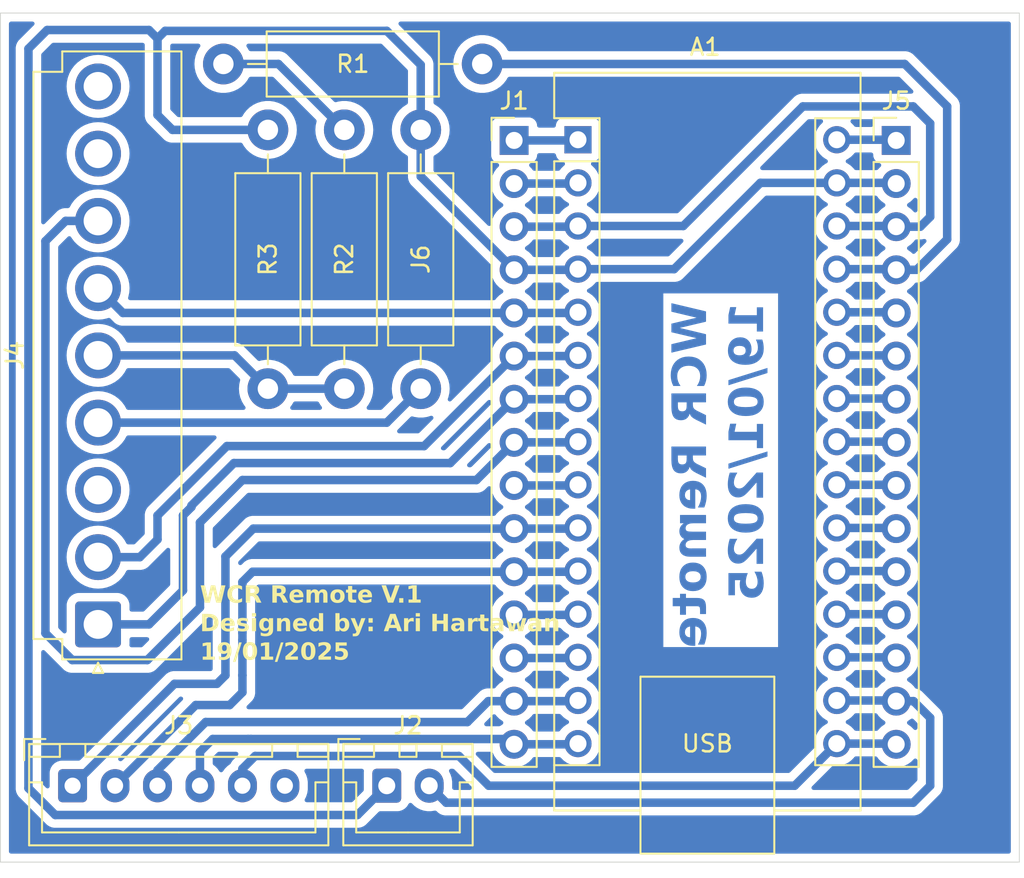
<source format=kicad_pcb>
(kicad_pcb (version 20240108) (generator "pcbnew") (generator_version "8.0")
  (layers (0 "F.Cu" signal) (31 "B.Cu" signal) (34 "B.Paste" user) (35 "F.Paste" user) (36 "B.SilkS" user "B.Silkscreen") (37 "F.SilkS" user "F.Silkscreen") (38 "B.Mask" user) (39 "F.Mask" user) (44 "Edge.Cuts" user))
  (net 0 "")
  (net 1 "5V")
  (net 2 "CE")
  (net 3 "3V3")
  (net 4 "A6")
  (net 5 "MOSI")
  (net 6 "GND")
  (net 7 "RST")
  (net 8 "D9")
  (net 9 "A4")
  (net 10 "TX")
  (net 11 "SCK")
  (net 12 "CNS")
  (net 13 "CMD")
  (net 14 "A1")
  (net 15 "A7")
  (net 16 "CLK")
  (net 17 "VIN")
  (net 18 "A0")
  (net 19 "ATT")
  (net 20 "RX")
  (net 21 "MISO")
  (net 22 "A2")
  (net 23 "A3")
  (net 24 "D10")
  (net 25 "A5")
  (net 26 "DATA")
  (net 27 "D6")
  (net 32 "3.3V")
  (net 33 "REF")
  (net 34 "Net-(R1-Pad2)")
  (net 35 "JP")
  (footprint "Resistor_THT:R_Axial_DIN0411_L9.9mm_D3.6mm_P15.24mm_Horizontal" (layer "F.Cu") (at 133.62 70 180)
    (property "Reference" "R1" (at 7.62 0 0) (layer "F.SilkS"))
    (property "Value" "330")
    (fp_line (start 13.8 0) (end 12.69 0) (stroke (width 0.12)) (layer "F.SilkS"))
    (fp_line (start 12.69 1.92) (end 12.69 -1.92) (stroke (width 0.12)) (layer "F.SilkS"))
    (fp_line (start 12.69 -1.92) (end 2.55 -1.92) (stroke (width 0.12)) (layer "F.SilkS"))
    (fp_line (start 2.55 1.92) (end 12.69 1.92) (stroke (width 0.12)) (layer "F.SilkS"))
    (fp_line (start 2.55 -1.92) (end 2.55 1.92) (stroke (width 0.12)) (layer "F.SilkS"))
    (fp_line (start 1.44 0) (end 2.55 0) (stroke (width 0.12)) (layer "F.SilkS"))
    (pad "1" thru_hole circle (at 0 0 180) (size 2.4 2.4) (drill 1.2) (layers "*.Cu" "*.Mask") (net 1 "5V"))
    (pad "2" thru_hole oval (at 15.24 0 180) (size 2.4 2.4) (drill 1.2) (layers "*.Cu" "*.Mask") (net 34 "Net-(R1-Pad2)"))
  )
  (footprint "Resistor_THT:R_Axial_DIN0411_L9.9mm_D3.6mm_P15.24mm_Horizontal" (layer "F.Cu") (at 130 73.88 -90)
    (property "Reference" "J6" (at 7.62 0 90) (layer "F.SilkS"))
    (property "Value" "Power NRF24L01")
    (fp_line (start 2.55 1.92) (end 12.69 1.92) (stroke (width 0.12)) (layer "F.SilkS"))
    (fp_line (start 12.69 1.92) (end 12.69 -1.92) (stroke (width 0.12)) (layer "F.SilkS"))
    (fp_line (start 1.44 0) (end 2.55 0) (stroke (width 0.12)) (layer "F.SilkS"))
    (fp_line (start 13.8 0) (end 12.69 0) (stroke (width 0.12)) (layer "F.SilkS"))
    (fp_line (start 2.55 -1.92) (end 2.55 1.92) (stroke (width 0.12)) (layer "F.SilkS"))
    (fp_line (start 12.69 -1.92) (end 2.55 -1.92) (stroke (width 0.12)) (layer "F.SilkS"))
    (pad "1" thru_hole circle (at 0 0 270) (size 2.4 2.4) (drill 1.2) (layers "*.Cu" "*.Mask") (net 6 "GND"))
    (pad "2" thru_hole oval (at 15.24 0 270) (size 2.4 2.4) (drill 1.2) (layers "*.Cu" "*.Mask") (net 35 "JP"))
  )
  (footprint "Connector_JST:JST_VH_B9P-VH-B_1x09_P3.96mm_Vertical" (layer "F.Cu") (at 111 103 90)
    (property "Reference" "J4" (at 15.84 -4.9 90) (layer "F.SilkS"))
    (property "Value" "Conn_01x09_Socket")
    (fp_line (start 32.54 -3.81) (end 32.54 -2.11) (stroke (width 0.12)) (layer "F.SilkS"))
    (fp_line (start -0.86 -3.81) (end 32.54 -3.81) (stroke (width 0.12)) (layer "F.SilkS"))
    (fp_line (start 33.74 -2.11) (end 33.74 4.91) (stroke (width 0.12)) (layer "F.SilkS"))
    (fp_line (start 32.54 -2.11) (end 33.74 -2.11) (stroke (width 0.12)) (layer "F.SilkS"))
    (fp_line (start -0.86 -2.11) (end -0.86 -3.81) (stroke (width 0.12)) (layer "F.SilkS"))
    (fp_line (start -2.06 -2.11) (end -0.86 -2.11) (stroke (width 0.12)) (layer "F.SilkS"))
    (fp_line (start -2.86 -0.3) (end -2.26 0) (stroke (width 0.12)) (layer "F.SilkS"))
    (fp_line (start -2.26 0) (end -2.86 0.3) (stroke (width 0.12)) (layer "F.SilkS"))
    (fp_line (start -2.86 0.3) (end -2.86 -0.3) (stroke (width 0.12)) (layer "F.SilkS"))
    (fp_line (start 33.74 4.91) (end -2.06 4.91) (stroke (width 0.12)) (layer "F.SilkS"))
    (fp_line (start -2.06 4.91) (end -2.06 -2.11) (stroke (width 0.12)) (layer "F.SilkS"))
    (pad "1" thru_hole roundrect (at 0 0 90) (size 2.7 2.7) (drill 1.7) (layers "*.Cu" "*.Mask") (roundrect_rratio 0.092593) (net 26 "DATA"))
    (pad "2" thru_hole circle (at 3.96 0 90) (size 2.7 2.7) (drill 1.7) (layers "*.Cu" "*.Mask") (net 13 "CMD"))
    (pad "3" thru_hole circle (at 7.92 0 90) (size 2.7 2.7) (drill 1.7) (layers "*.Cu" "*.Mask"))
    (pad "4" thru_hole circle (at 11.88 0 90) (size 2.7 2.7) (drill 1.7) (layers "*.Cu" "*.Mask") (net 35 "JP"))
    (pad "5" thru_hole circle (at 15.84 0 90) (size 2.7 2.7) (drill 1.7) (layers "*.Cu" "*.Mask") (net 32 "3.3V"))
    (pad "6" thru_hole circle (at 19.8 0 90) (size 2.7 2.7) (drill 1.7) (layers "*.Cu" "*.Mask") (net 19 "ATT"))
    (pad "7" thru_hole circle (at 23.76 0 90) (size 2.7 2.7) (drill 1.7) (layers "*.Cu" "*.Mask") (net 16 "CLK"))
    (pad "8" thru_hole circle (at 27.72 0 90) (size 2.7 2.7) (drill 1.7) (layers "*.Cu" "*.Mask"))
    (pad "9" thru_hole circle (at 31.68 0 90) (size 2.7 2.7) (drill 1.7) (layers "*.Cu" "*.Mask"))
  )
  (footprint "Connector_PinHeader_2.54mm:PinHeader_1x15_P2.54mm_Vertical" (layer "F.Cu") (at 158 74.5)
    (property "Reference" "J5" (at 0 -2.33 0) (layer "F.SilkS"))
    (property "Value" "Conn_01x15_Socket")
    (fp_line (start -1.33 -1.33) (end 0 -1.33) (stroke (width 0.12)) (layer "F.SilkS"))
    (fp_line (start -1.33 0) (end -1.33 -1.33) (stroke (width 0.12)) (layer "F.SilkS"))
    (fp_line (start -1.33 1.27) (end -1.33 36.89) (stroke (width 0.12)) (layer "F.SilkS"))
    (fp_line (start -1.33 1.27) (end 1.33 1.27) (stroke (width 0.12)) (layer "F.SilkS"))
    (fp_line (start -1.33 36.89) (end 1.33 36.89) (stroke (width 0.12)) (layer "F.SilkS"))
    (fp_line (start 1.33 1.27) (end 1.33 36.89) (stroke (width 0.12)) (layer "F.SilkS"))
    (pad "1" thru_hole rect (at 0 0) (size 1.7 1.7) (drill 1) (layers "*.Cu" "*.Mask") (net 17 "VIN"))
    (pad "2" thru_hole oval (at 0 2.54) (size 1.7 1.7) (drill 1) (layers "*.Cu" "*.Mask") (net 6 "GND"))
    (pad "3" thru_hole oval (at 0 5.08) (size 1.7 1.7) (drill 1) (layers "*.Cu" "*.Mask") (net 7 "RST"))
    (pad "4" thru_hole oval (at 0 7.62) (size 1.7 1.7) (drill 1) (layers "*.Cu" "*.Mask") (net 1 "5V"))
    (pad "5" thru_hole oval (at 0 10.16) (size 1.7 1.7) (drill 1) (layers "*.Cu" "*.Mask") (net 15 "A7"))
    (pad "6" thru_hole oval (at 0 12.7) (size 1.7 1.7) (drill 1) (layers "*.Cu" "*.Mask") (net 4 "A6"))
    (pad "7" thru_hole oval (at 0 15.24) (size 1.7 1.7) (drill 1) (layers "*.Cu" "*.Mask") (net 25 "A5"))
    (pad "8" thru_hole oval (at 0 17.78) (size 1.7 1.7) (drill 1) (layers "*.Cu" "*.Mask") (net 9 "A4"))
    (pad "9" thru_hole oval (at 0 20.32) (size 1.7 1.7) (drill 1) (layers "*.Cu" "*.Mask") (net 23 "A3"))
    (pad "10" thru_hole oval (at 0 22.86) (size 1.7 1.7) (drill 1) (layers "*.Cu" "*.Mask") (net 22 "A2"))
    (pad "11" thru_hole oval (at 0 25.4) (size 1.7 1.7) (drill 1) (layers "*.Cu" "*.Mask") (net 14 "A1"))
    (pad "12" thru_hole oval (at 0 27.94) (size 1.7 1.7) (drill 1) (layers "*.Cu" "*.Mask") (net 18 "A0"))
    (pad "13" thru_hole oval (at 0 30.48) (size 1.7 1.7) (drill 1) (layers "*.Cu" "*.Mask") (net 33 "REF"))
    (pad "14" thru_hole oval (at 0 33.02) (size 1.7 1.7) (drill 1) (layers "*.Cu" "*.Mask") (net 3 "3V3"))
    (pad "15" thru_hole oval (at 0 35.56) (size 1.7 1.7) (drill 1) (layers "*.Cu" "*.Mask") (net 11 "SCK"))
  )
  (footprint "Connector_PinHeader_2.54mm:PinHeader_1x15_P2.54mm_Vertical" (layer "F.Cu") (at 135.5 74.5)
    (property "Reference" "J1" (at 0 -2.33 0) (layer "F.SilkS"))
    (property "Value" "Conn_01x15_Socket")
    (fp_line (start -1.33 -1.33) (end 0 -1.33) (stroke (width 0.12)) (layer "F.SilkS"))
    (fp_line (start -1.33 0) (end -1.33 -1.33) (stroke (width 0.12)) (layer "F.SilkS"))
    (fp_line (start -1.33 1.27) (end -1.33 36.89) (stroke (width 0.12)) (layer "F.SilkS"))
    (fp_line (start -1.33 1.27) (end 1.33 1.27) (stroke (width 0.12)) (layer "F.SilkS"))
    (fp_line (start -1.33 36.89) (end 1.33 36.89) (stroke (width 0.12)) (layer "F.SilkS"))
    (fp_line (start 1.33 1.27) (end 1.33 36.89) (stroke (width 0.12)) (layer "F.SilkS"))
    (pad "1" thru_hole rect (at 0 0) (size 1.7 1.7) (drill 1) (layers "*.Cu" "*.Mask") (net 10 "TX"))
    (pad "2" thru_hole oval (at 0 2.54) (size 1.7 1.7) (drill 1) (layers "*.Cu" "*.Mask") (net 20 "RX"))
    (pad "3" thru_hole oval (at 0 5.08) (size 1.7 1.7) (drill 1) (layers "*.Cu" "*.Mask") (net 7 "RST"))
    (pad "4" thru_hole oval (at 0 7.62) (size 1.7 1.7) (drill 1) (layers "*.Cu" "*.Mask") (net 6 "GND"))
    (pad "5" thru_hole oval (at 0 10.16) (size 1.7 1.7) (drill 1) (layers "*.Cu" "*.Mask") (net 19 "ATT"))
    (pad "6" thru_hole oval (at 0 12.7) (size 1.7 1.7) (drill 1) (layers "*.Cu" "*.Mask") (net 13 "CMD"))
    (pad "7" thru_hole oval (at 0 15.24) (size 1.7 1.7) (drill 1) (layers "*.Cu" "*.Mask") (net 26 "DATA"))
    (pad "8" thru_hole oval (at 0 17.78) (size 1.7 1.7) (drill 1) (layers "*.Cu" "*.Mask") (net 16 "CLK"))
    (pad "9" thru_hole oval (at 0 20.32) (size 1.7 1.7) (drill 1) (layers "*.Cu" "*.Mask") (net 27 "D6"))
    (pad "10" thru_hole oval (at 0 22.86) (size 1.7 1.7) (drill 1) (layers "*.Cu" "*.Mask") (net 2 "CE"))
    (pad "11" thru_hole oval (at 0 25.4) (size 1.7 1.7) (drill 1) (layers "*.Cu" "*.Mask") (net 12 "CNS"))
    (pad "12" thru_hole oval (at 0 27.94) (size 1.7 1.7) (drill 1) (layers "*.Cu" "*.Mask") (net 8 "D9"))
    (pad "13" thru_hole oval (at 0 30.48) (size 1.7 1.7) (drill 1) (layers "*.Cu" "*.Mask") (net 24 "D10"))
    (pad "14" thru_hole oval (at 0 33.02) (size 1.7 1.7) (drill 1) (layers "*.Cu" "*.Mask") (net 5 "MOSI"))
    (pad "15" thru_hole oval (at 0 35.56) (size 1.7 1.7) (drill 1) (layers "*.Cu" "*.Mask") (net 21 "MISO"))
  )
  (footprint "Connector_JST:JST_XH_B2B-XH-A_1x02_P2.50mm_Vertical" (layer "F.Cu") (at 128 112.5)
    (property "Reference" "J2" (at 1.25 -3.55 0) (layer "F.SilkS"))
    (property "Value" "Power NRF24L01")
    (fp_line (start -2.85 -2.75) (end -2.85 -1.5) (stroke (width 0.12)) (layer "F.SilkS"))
    (fp_line (start -2.56 -2.46) (end -2.56 3.51) (stroke (width 0.12)) (layer "F.SilkS"))
    (fp_line (start -2.56 3.51) (end 5.06 3.51) (stroke (width 0.12)) (layer "F.SilkS"))
    (fp_line (start -2.55 -2.45) (end -2.55 -1.7) (stroke (width 0.12)) (layer "F.SilkS"))
    (fp_line (start -2.55 -1.7) (end -0.75 -1.7) (stroke (width 0.12)) (layer "F.SilkS"))
    (fp_line (start -2.55 -0.2) (end -1.8 -0.2) (stroke (width 0.12)) (layer "F.SilkS"))
    (fp_line (start -1.8 -0.2) (end -1.8 2.75) (stroke (width 0.12)) (layer "F.SilkS"))
    (fp_line (start -1.8 2.75) (end 1.25 2.75) (stroke (width 0.12)) (layer "F.SilkS"))
    (fp_line (start -1.6 -2.75) (end -2.85 -2.75) (stroke (width 0.12)) (layer "F.SilkS"))
    (fp_line (start -0.75 -2.45) (end -2.55 -2.45) (stroke (width 0.12)) (layer "F.SilkS"))
    (fp_line (start -0.75 -1.7) (end -0.75 -2.45) (stroke (width 0.12)) (layer "F.SilkS"))
    (fp_line (start 0.75 -2.45) (end 0.75 -1.7) (stroke (width 0.12)) (layer "F.SilkS"))
    (fp_line (start 0.75 -1.7) (end 1.75 -1.7) (stroke (width 0.12)) (layer "F.SilkS"))
    (fp_line (start 1.75 -2.45) (end 0.75 -2.45) (stroke (width 0.12)) (layer "F.SilkS"))
    (fp_line (start 1.75 -1.7) (end 1.75 -2.45) (stroke (width 0.12)) (layer "F.SilkS"))
    (fp_line (start 3.25 -2.45) (end 3.25 -1.7) (stroke (width 0.12)) (layer "F.SilkS"))
    (fp_line (start 3.25 -1.7) (end 5.05 -1.7) (stroke (width 0.12)) (layer "F.SilkS"))
    (fp_line (start 4.3 -0.2) (end 4.3 2.75) (stroke (width 0.12)) (layer "F.SilkS"))
    (fp_line (start 4.3 2.75) (end 1.25 2.75) (stroke (width 0.12)) (layer "F.SilkS"))
    (fp_line (start 5.05 -2.45) (end 3.25 -2.45) (stroke (width 0.12)) (layer "F.SilkS"))
    (fp_line (start 5.05 -1.7) (end 5.05 -2.45) (stroke (width 0.12)) (layer "F.SilkS"))
    (fp_line (start 5.05 -0.2) (end 4.3 -0.2) (stroke (width 0.12)) (layer "F.SilkS"))
    (fp_line (start 5.06 -2.46) (end -2.56 -2.46) (stroke (width 0.12)) (layer "F.SilkS"))
    (fp_line (start 5.06 3.51) (end 5.06 -2.46) (stroke (width 0.12)) (layer "F.SilkS"))
    (pad "1" thru_hole roundrect (at 0 0) (size 1.7 2) (drill 1) (layers "*.Cu" "*.Mask") (roundrect_rratio 0.147059) (net 6 "GND"))
    (pad "2" thru_hole oval (at 2.5 0) (size 1.7 2) (drill 1) (layers "*.Cu" "*.Mask") (net 3 "3V3"))
  )
  (footprint "Resistor_THT:R_Axial_DIN0411_L9.9mm_D3.6mm_P15.24mm_Horizontal" (layer "F.Cu") (at 121 89.12 90)
    (property "Reference" "R3" (at 7.62 0 90) (layer "F.SilkS"))
    (property "Value" "1K")
    (fp_line (start 12.69 -1.92) (end 2.55 -1.92) (stroke (width 0.12)) (layer "F.SilkS"))
    (fp_line (start 2.55 -1.92) (end 2.55 1.92) (stroke (width 0.12)) (layer "F.SilkS"))
    (fp_line (start 13.8 0) (end 12.69 0) (stroke (width 0.12)) (layer "F.SilkS"))
    (fp_line (start 1.44 0) (end 2.55 0) (stroke (width 0.12)) (layer "F.SilkS"))
    (fp_line (start 12.69 1.92) (end 12.69 -1.92) (stroke (width 0.12)) (layer "F.SilkS"))
    (fp_line (start 2.55 1.92) (end 12.69 1.92) (stroke (width 0.12)) (layer "F.SilkS"))
    (pad "1" thru_hole circle (at 0 0 90) (size 2.4 2.4) (drill 1.2) (layers "*.Cu" "*.Mask") (net 32 "3.3V"))
    (pad "2" thru_hole oval (at 15.24 0 90) (size 2.4 2.4) (drill 1.2) (layers "*.Cu" "*.Mask") (net 6 "GND"))
  )
  (footprint "Resistor_THT:R_Axial_DIN0411_L9.9mm_D3.6mm_P15.24mm_Horizontal" (layer "F.Cu") (at 125.5 73.88 -90)
    (property "Reference" "R2" (at 7.62 0 90) (layer "F.SilkS"))
    (property "Value" "330")
    (fp_line (start 2.55 1.92) (end 12.69 1.92) (stroke (width 0.12)) (layer "F.SilkS"))
    (fp_line (start 12.69 1.92) (end 12.69 -1.92) (stroke (width 0.12)) (layer "F.SilkS"))
    (fp_line (start 1.44 0) (end 2.55 0) (stroke (width 0.12)) (layer "F.SilkS"))
    (fp_line (start 13.8 0) (end 12.69 0) (stroke (width 0.12)) (layer "F.SilkS"))
    (fp_line (start 2.55 -1.92) (end 2.55 1.92) (stroke (width 0.12)) (layer "F.SilkS"))
    (fp_line (start 12.69 -1.92) (end 2.55 -1.92) (stroke (width 0.12)) (layer "F.SilkS"))
    (pad "1" thru_hole circle (at 0 0 270) (size 2.4 2.4) (drill 1.2) (layers "*.Cu" "*.Mask") (net 34 "Net-(R1-Pad2)"))
    (pad "2" thru_hole oval (at 15.24 0 270) (size 2.4 2.4) (drill 1.2) (layers "*.Cu" "*.Mask") (net 32 "3.3V"))
  )
  (footprint "Connector_JST:JST_XH_B6B-XH-A_1x06_P2.50mm_Vertical" (layer "F.Cu") (at 109.5 112.5)
    (property "Reference" "J3" (at 6.25 -3.55 0) (layer "F.SilkS"))
    (property "Value" "Data NRF24L01")
    (fp_line (start -2.85 -2.75) (end -2.85 -1.5) (stroke (width 0.12)) (layer "F.SilkS"))
    (fp_line (start -2.56 -2.46) (end -2.56 3.51) (stroke (width 0.12)) (layer "F.SilkS"))
    (fp_line (start -2.56 3.51) (end 15.06 3.51) (stroke (width 0.12)) (layer "F.SilkS"))
    (fp_line (start -2.55 -2.45) (end -2.55 -1.7) (stroke (width 0.12)) (layer "F.SilkS"))
    (fp_line (start -2.55 -1.7) (end -0.75 -1.7) (stroke (width 0.12)) (layer "F.SilkS"))
    (fp_line (start -2.55 -0.2) (end -1.8 -0.2) (stroke (width 0.12)) (layer "F.SilkS"))
    (fp_line (start -1.8 -0.2) (end -1.8 2.75) (stroke (width 0.12)) (layer "F.SilkS"))
    (fp_line (start -1.8 2.75) (end 6.25 2.75) (stroke (width 0.12)) (layer "F.SilkS"))
    (fp_line (start -1.6 -2.75) (end -2.85 -2.75) (stroke (width 0.12)) (layer "F.SilkS"))
    (fp_line (start -0.75 -2.45) (end -2.55 -2.45) (stroke (width 0.12)) (layer "F.SilkS"))
    (fp_line (start -0.75 -1.7) (end -0.75 -2.45) (stroke (width 0.12)) (layer "F.SilkS"))
    (fp_line (start 0.75 -2.45) (end 0.75 -1.7) (stroke (width 0.12)) (layer "F.SilkS"))
    (fp_line (start 0.75 -1.7) (end 11.75 -1.7) (stroke (width 0.12)) (layer "F.SilkS"))
    (fp_line (start 11.75 -2.45) (end 0.75 -2.45) (stroke (width 0.12)) (layer "F.SilkS"))
    (fp_line (start 11.75 -1.7) (end 11.75 -2.45) (stroke (width 0.12)) (layer "F.SilkS"))
    (fp_line (start 13.25 -2.45) (end 13.25 -1.7) (stroke (width 0.12)) (layer "F.SilkS"))
    (fp_line (start 13.25 -1.7) (end 15.05 -1.7) (stroke (width 0.12)) (layer "F.SilkS"))
    (fp_line (start 14.3 -0.2) (end 14.3 2.75) (stroke (width 0.12)) (layer "F.SilkS"))
    (fp_line (start 14.3 2.75) (end 6.25 2.75) (stroke (width 0.12)) (layer "F.SilkS"))
    (fp_line (start 15.05 -2.45) (end 13.25 -2.45) (stroke (width 0.12)) (layer "F.SilkS"))
    (fp_line (start 15.05 -1.7) (end 15.05 -2.45) (stroke (width 0.12)) (layer "F.SilkS"))
    (fp_line (start 15.05 -0.2) (end 14.3 -0.2) (stroke (width 0.12)) (layer "F.SilkS"))
    (fp_line (start 15.06 -2.46) (end -2.56 -2.46) (stroke (width 0.12)) (layer "F.SilkS"))
    (fp_line (start 15.06 3.51) (end 15.06 -2.46) (stroke (width 0.12)) (layer "F.SilkS"))
    (pad "1" thru_hole roundrect (at 0 0) (size 1.7 1.95) (drill 0.95) (layers "*.Cu" "*.Mask") (roundrect_rratio 0.147059) (net 2 "CE"))
    (pad "2" thru_hole oval (at 2.5 0) (size 1.7 1.95) (drill 0.95) (layers "*.Cu" "*.Mask") (net 12 "CNS"))
    (pad "3" thru_hole oval (at 5 0) (size 1.7 1.95) (drill 0.95) (layers "*.Cu" "*.Mask") (net 5 "MOSI"))
    (pad "4" thru_hole oval (at 7.5 0) (size 1.7 1.95) (drill 0.95) (layers "*.Cu" "*.Mask") (net 21 "MISO"))
    (pad "5" thru_hole oval (at 10 0) (size 1.7 1.95) (drill 0.95) (layers "*.Cu" "*.Mask") (net 11 "SCK"))
    (pad "6" thru_hole oval (at 12.5 0) (size 1.7 1.95) (drill 0.95) (layers "*.Cu" "*.Mask"))
  )
  (footprint "Module:Arduino_Nano" (layer "F.Cu") (at 139.26 74.46)
    (property "Reference" "A1" (at 7.49 -5.46 0) (layer "F.SilkS"))
    (property "Value" "Arduino_Nano_v3.x")
    (fp_line (start -1.4 -3.94) (end -1.4 -1.27) (stroke (width 0.12)) (layer "F.SilkS"))
    (fp_line (start -1.4 1.27) (end -1.4 39.5) (stroke (width 0.12)) (layer "F.SilkS"))
    (fp_line (start -1.4 39.5) (end 3.68 39.5) (stroke (width 0.12)) (layer "F.SilkS"))
    (fp_line (start 1.27 -1.27) (end -1.4 -1.27) (stroke (width 0.12)) (layer "F.SilkS"))
    (fp_line (start 1.27 1.27) (end -1.4 1.27) (stroke (width 0.12)) (layer "F.SilkS"))
    (fp_line (start 1.27 1.27) (end 1.27 -1.27) (stroke (width 0.12)) (layer "F.SilkS"))
    (fp_line (start 1.27 1.27) (end 1.27 36.83) (stroke (width 0.12)) (layer "F.SilkS"))
    (fp_line (start 1.27 36.83) (end -1.4 36.83) (stroke (width 0.12)) (layer "F.SilkS"))
    (fp_line (start 3.68 31.62) (end 11.56 31.62) (stroke (width 0.12)) (layer "F.SilkS"))
    (fp_line (start 3.68 42.04) (end 3.68 31.62) (stroke (width 0.12)) (layer "F.SilkS"))
    (fp_line (start 11.56 31.62) (end 11.56 42.04) (stroke (width 0.12)) (layer "F.SilkS"))
    (fp_line (start 11.56 42.04) (end 3.68 42.04) (stroke (width 0.12)) (layer "F.SilkS"))
    (fp_line (start 13.97 -1.27) (end 13.97 36.83) (stroke (width 0.12)) (layer "F.SilkS"))
    (fp_line (start 13.97 -1.27) (end 16.64 -1.27) (stroke (width 0.12)) (layer "F.SilkS"))
    (fp_line (start 13.97 36.83) (end 16.64 36.83) (stroke (width 0.12)) (layer "F.SilkS"))
    (fp_line (start 16.64 -3.94) (end -1.4 -3.94) (stroke (width 0.12)) (layer "F.SilkS"))
    (fp_line (start 16.64 39.5) (end 11.56 39.5) (stroke (width 0.12)) (layer "F.SilkS"))
    (fp_line (start 16.64 39.5) (end 16.64 -3.94) (stroke (width 0.12)) (layer "F.SilkS"))
    (fp_text user "USB" (at 7.62 35.56 0) (layer "F.SilkS"))
    (pad "1" thru_hole rect (at 0 0) (size 1.6 1.6) (drill 1) (layers "*.Cu" "*.Mask") (net 10 "TX"))
    (pad "2" thru_hole oval (at 0 2.54) (size 1.6 1.6) (drill 1) (layers "*.Cu" "*.Mask") (net 20 "RX"))
    (pad "3" thru_hole oval (at 0 5.08) (size 1.6 1.6) (drill 1) (layers "*.Cu" "*.Mask") (net 7 "RST"))
    (pad "4" thru_hole oval (at 0 7.62) (size 1.6 1.6) (drill 1) (layers "*.Cu" "*.Mask") (net 6 "GND"))
    (pad "5" thru_hole oval (at 0 10.16) (size 1.6 1.6) (drill 1) (layers "*.Cu" "*.Mask") (net 19 "ATT"))
    (pad "6" thru_hole oval (at 0 12.7) (size 1.6 1.6) (drill 1) (layers "*.Cu" "*.Mask") (net 13 "CMD"))
    (pad "7" thru_hole oval (at 0 15.24) (size 1.6 1.6) (drill 1) (layers "*.Cu" "*.Mask") (net 26 "DATA"))
    (pad "8" thru_hole oval (at 0 17.78) (size 1.6 1.6) (drill 1) (layers "*.Cu" "*.Mask") (net 16 "CLK"))
    (pad "9" thru_hole oval (at 0 20.32) (size 1.6 1.6) (drill 1) (layers "*.Cu" "*.Mask") (net 27 "D6"))
    (pad "10" thru_hole oval (at 0 22.86) (size 1.6 1.6) (drill 1) (layers "*.Cu" "*.Mask") (net 2 "CE"))
    (pad "11" thru_hole oval (at 0 25.4) (size 1.6 1.6) (drill 1) (layers "*.Cu" "*.Mask") (net 12 "CNS"))
    (pad "12" thru_hole oval (at 0 27.94) (size 1.6 1.6) (drill 1) (layers "*.Cu" "*.Mask") (net 8 "D9"))
    (pad "13" thru_hole oval (at 0 30.48) (size 1.6 1.6) (drill 1) (layers "*.Cu" "*.Mask") (net 24 "D10"))
    (pad "14" thru_hole oval (at 0 33.02) (size 1.6 1.6) (drill 1) (layers "*.Cu" "*.Mask") (net 5 "MOSI"))
    (pad "15" thru_hole oval (at 0 35.56) (size 1.6 1.6) (drill 1) (layers "*.Cu" "*.Mask") (net 21 "MISO"))
    (pad "16" thru_hole oval (at 15.24 35.56) (size 1.6 1.6) (drill 1) (layers "*.Cu" "*.Mask") (net 11 "SCK"))
    (pad "17" thru_hole oval (at 15.24 33.02) (size 1.6 1.6) (drill 1) (layers "*.Cu" "*.Mask") (net 3 "3V3"))
    (pad "18" thru_hole oval (at 15.24 30.48) (size 1.6 1.6) (drill 1) (layers "*.Cu" "*.Mask") (net 33 "REF"))
    (pad "19" thru_hole oval (at 15.24 27.94) (size 1.6 1.6) (drill 1) (layers "*.Cu" "*.Mask") (net 18 "A0"))
    (pad "20" thru_hole oval (at 15.24 25.4) (size 1.6 1.6) (drill 1) (layers "*.Cu" "*.Mask") (net 14 "A1"))
    (pad "21" thru_hole oval (at 15.24 22.86) (size 1.6 1.6) (drill 1) (layers "*.Cu" "*.Mask") (net 22 "A2"))
    (pad "22" thru_hole oval (at 15.24 20.32) (size 1.6 1.6) (drill 1) (layers "*.Cu" "*.Mask") (net 23 "A3"))
    (pad "23" thru_hole oval (at 15.24 17.78) (size 1.6 1.6) (drill 1) (layers "*.Cu" "*.Mask") (net 9 "A4"))
    (pad "24" thru_hole oval (at 15.24 15.24) (size 1.6 1.6) (drill 1) (layers "*.Cu" "*.Mask") (net 25 "A5"))
    (pad "25" thru_hole oval (at 15.24 12.7) (size 1.6 1.6) (drill 1) (layers "*.Cu" "*.Mask") (net 4 "A6"))
    (pad "26" thru_hole oval (at 15.24 10.16) (size 1.6 1.6) (drill 1) (layers "*.Cu" "*.Mask") (net 15 "A7"))
    (pad "27" thru_hole oval (at 15.24 7.62) (size 1.6 1.6) (drill 1) (layers "*.Cu" "*.Mask") (net 1 "5V"))
    (pad "28" thru_hole oval (at 15.24 5.08) (size 1.6 1.6) (drill 1) (layers "*.Cu" "*.Mask") (net 7 "RST"))
    (pad "29" thru_hole oval (at 15.24 2.54) (size 1.6 1.6) (drill 1) (layers "*.Cu" "*.Mask") (net 6 "GND"))
    (pad "30" thru_hole oval (at 15.24 0) (size 1.6 1.6) (drill 1) (layers "*.Cu" "*.Mask") (net 17 "VIN"))
  )
  (gr_rect (start 105.25 67) (end 165.25 117) (stroke (width 0.05)) (fill none) (layer "Edge.Cuts"))
  (gr_text "WCR Remote V.1\n19/01/2025" (at 150.5 84 90) (layer "B.Cu") (effects (font (size 2 2) (thickness 0.3) (bold yes)) (justify left bottom mirror)))
  (gr_text "WCR Remote V.1\nDesigned by: Ari Hartawan\n19/01/2025" (at 117 105.25 0) (layer "F.SilkS") (effects (font (size 1 1) (thickness 0.25) (bold yes)) (justify left bottom)))
  (segment (start 161 80.322081) (end 159.202081 82.12) (width 0.5) (layer "B.Cu") (net 1))
  (segment (start 154.5 82.08) (end 157.96 82.08) (width 0.5) (layer "B.Cu") (net 1))
  (segment (start 157.96 82.08) (end 158 82.12) (width 0.5) (layer "B.Cu") (net 1))
  (segment (start 159.202081 82.12) (end 158 82.12) (width 0.5) (layer "B.Cu") (net 1))
  (segment (start 133.62 70) (end 158.5 70) (width 0.5) (layer "B.Cu") (net 1))
  (segment (start 161 72.5) (end 161 80.322081) (width 0.5) (layer "B.Cu") (net 1))
  (segment (start 158.5 70) (end 161 72.5) (width 0.5) (layer "B.Cu") (net 1))
  (segment (start 135.5 97.36) (end 139.22 97.36) (width 0.5) (layer "B.Cu") (net 2))
  (segment (start 135.5 97.36) (end 120.14 97.36) (width 0.5) (layer "B.Cu") (net 2))
  (segment (start 120.14 97.36) (end 118.5 99) (width 0.5) (layer "B.Cu") (net 2))
  (segment (start 118 106.5) (end 115.5 106.5) (width 0.5) (layer "B.Cu") (net 2))
  (segment (start 139.22 97.36) (end 139.26 97.32) (width 0.5) (layer "B.Cu") (net 2))
  (segment (start 115.5 106.5) (end 109.5 112.5) (width 0.5) (layer "B.Cu") (net 2))
  (segment (start 118.5 99) (end 118.5 106) (width 0.5) (layer "B.Cu") (net 2))
  (segment (start 118.5 106) (end 118 106.5) (width 0.5) (layer "B.Cu") (net 2))
  (segment (start 159.02 107.52) (end 158 107.52) (width 0.5) (layer "B.Cu") (net 3))
  (segment (start 157.96 107.48) (end 158 107.52) (width 0.5) (layer "B.Cu") (net 3))
  (segment (start 159.02 107.52) (end 160 108.5) (width 0.5) (layer "B.Cu") (net 3))
  (segment (start 160 108.5) (end 160 112.5) (width 0.5) (layer "B.Cu") (net 3))
  (segment (start 154.5 107.48) (end 157.96 107.48) (width 0.5) (layer "B.Cu") (net 3))
  (segment (start 160 112.5) (end 159 113.5) (width 0.5) (layer "B.Cu") (net 3))
  (segment (start 159 113.5) (end 131.5 113.5) (width 0.5) (layer "B.Cu") (net 3))
  (segment (start 131.5 113.5) (end 130.5 112.5) (width 0.5) (layer "B.Cu") (net 3))
  (segment (start 157.96 87.16) (end 158 87.2) (width 0.5) (layer "B.Cu") (net 4))
  (segment (start 154.5 87.16) (end 157.96 87.16) (width 0.5) (layer "B.Cu") (net 4))
  (segment (start 135.5 107.52) (end 139.22 107.52) (width 0.5) (layer "B.Cu") (net 5))
  (segment (start 139.22 107.52) (end 139.26 107.48) (width 0.5) (layer "B.Cu") (net 5))
  (segment (start 117.335786 108.75) (end 132.75 108.75) (width 0.5) (layer "B.Cu") (net 5))
  (segment (start 114.5 112.5) (end 114.5 111.585786) (width 0.5) (layer "B.Cu") (net 5))
  (segment (start 114.5 111.585786) (end 117.335786 108.75) (width 0.5) (layer "B.Cu") (net 5))
  (segment (start 132.75 108.75) (end 133.98 107.52) (width 0.5) (layer "B.Cu") (net 5))
  (segment (start 133.98 107.52) (end 135.5 107.52) (width 0.5) (layer "B.Cu") (net 5))
  (segment (start 114.95 68.05) (end 128 68.05) (width 0.5) (layer "B.Cu") (net 6))
  (segment (start 121 73.88) (end 115.38 73.88) (width 0.5) (layer "B.Cu") (net 6))
  (segment (start 128 68.05) (end 130 70.05) (width 0.5) (layer "B.Cu") (net 6))
  (segment (start 114 68) (end 108 68) (width 0.5) (layer "B.Cu") (net 6))
  (segment (start 114.5 73) (end 114.5 68.5) (width 0.5) (layer "B.Cu") (net 6))
  (segment (start 115.38 73.88) (end 114.5 73) (width 0.5) (layer "B.Cu") (net 6))
  (segment (start 106.9 69.1) (end 106.9 112.646142) (width 0.5) (layer "B.Cu") (net 6))
  (segment (start 106.9 112.646142) (end 108.478858 114.225) (width 0.5) (layer "B.Cu") (net 6))
  (segment (start 154.5 77) (end 150 77) (width 0.5) (layer "B.Cu") (net 6))
  (segment (start 154.5 77) (end 157.96 77) (width 0.5) (layer "B.Cu") (net 6))
  (segment (start 135.5 82.12) (end 139.22 82.12) (width 0.5) (layer "B.Cu") (net 6))
  (segment (start 139.22 82.12) (end 139.26 82.08) (width 0.5) (layer "B.Cu") (net 6))
  (segment (start 157.96 77) (end 158 77.04) (width 0.5) (layer "B.Cu") (net 6))
  (segment (start 150 77) (end 144.92 82.08) (width 0.5) (layer "B.Cu") (net 6))
  (segment (start 130 70.05) (end 130 73.88) (width 0.5) (layer "B.Cu") (net 6))
  (segment (start 108 68) (end 106.9 69.1) (width 0.5) (layer "B.Cu") (net 6))
  (segment (start 144.92 82.08) (end 139.26 82.08) (width 0.5) (layer "B.Cu") (net 6))
  (segment (start 114.5 68.5) (end 114 68) (width 0.5) (layer "B.Cu") (net 6))
  (segment (start 135.5 82.12) (end 130 76.62) (width 0.5) (layer "B.Cu") (net 6))
  (segment (start 126.275 114.225) (end 128 112.5) (width 0.5) (layer "B.Cu") (net 6))
  (segment (start 114.5 68.5) (end 114.95 68.05) (width 0.5) (layer "B.Cu") (net 6))
  (segment (start 130 76.62) (end 130 73.88) (width 0.5) (layer "B.Cu") (net 6))
  (segment (start 108.478858 114.225) (end 126.275 114.225) (width 0.5) (layer "B.Cu") (net 6))
  (segment (start 157.96 79.54) (end 158 79.58) (width 0.5) (layer "B.Cu") (net 7))
  (segment (start 139.22 79.58) (end 139.26 79.54) (width 0.5) (layer "B.Cu") (net 7))
  (segment (start 139.26 79.54) (end 145.46 79.54) (width 0.5) (layer "B.Cu") (net 7))
  (segment (start 135.5 79.58) (end 139.22 79.58) (width 0.5) (layer "B.Cu") (net 7))
  (segment (start 159 72.5) (end 160 73.5) (width 0.5) (layer "B.Cu") (net 7))
  (segment (start 160 79) (end 159.42 79.58) (width 0.5) (layer "B.Cu") (net 7))
  (segment (start 160 73.5) (end 160 79) (width 0.5) (layer "B.Cu") (net 7))
  (segment (start 159.42 79.58) (end 158 79.58) (width 0.5) (layer "B.Cu") (net 7))
  (segment (start 145.46 79.54) (end 152.5 72.5) (width 0.5) (layer "B.Cu") (net 7))
  (segment (start 154.5 79.54) (end 157.96 79.54) (width 0.5) (layer "B.Cu") (net 7))
  (segment (start 152.5 72.5) (end 159 72.5) (width 0.5) (layer "B.Cu") (net 7))
  (segment (start 139.22 102.44) (end 139.26 102.4) (width 0.5) (layer "B.Cu") (net 8))
  (segment (start 135.5 102.44) (end 139.22 102.44) (width 0.5) (layer "B.Cu") (net 8))
  (segment (start 157.96 92.24) (end 158 92.28) (width 0.5) (layer "B.Cu") (net 9))
  (segment (start 154.5 92.24) (end 157.96 92.24) (width 0.5) (layer "B.Cu") (net 9))
  (segment (start 139.22 74.5) (end 139.26 74.46) (width 0.5) (layer "B.Cu") (net 10))
  (segment (start 135.5 74.5) (end 139.22 74.5) (width 0.5) (layer "B.Cu") (net 10))
  (segment (start 154.5 110.02) (end 157.96 110.02) (width 0.5) (layer "B.Cu") (net 11))
  (segment (start 120.25 110.75) (end 119.5 111.5) (width 0.5) (layer "B.Cu") (net 11))
  (segment (start 152.02 112.5) (end 134 112.5) (width 0.5) (layer "B.Cu") (net 11))
  (segment (start 134 112.5) (end 132.25 110.75) (width 0.5) (layer "B.Cu") (net 11))
  (segment (start 157.96 110.02) (end 158 110.06) (width 0.5) (layer "B.Cu") (net 11))
  (segment (start 132.25 110.75) (end 120.25 110.75) (width 0.5) (layer "B.Cu") (net 11))
  (segment (start 119.5 111.5) (end 119.5 112.5) (width 0.5) (layer "B.Cu") (net 11))
  (segment (start 154.5 110.02) (end 152.02 112.5) (width 0.5) (layer "B.Cu") (net 11))
  (segment (start 116.75 107.75) (end 118.75 107.75) (width 0.5) (layer "B.Cu") (net 12))
  (segment (start 119.500001 105.999999) (end 119.500001 103.914213) (width 0.5) (layer "B.Cu") (net 12))
  (segment (start 119.5 103.5) (end 119.5 100.5) (width 0.5) (layer "B.Cu") (net 12))
  (segment (start 119.5 100.5) (end 120.1 99.9) (width 0.5) (layer "B.Cu") (net 12))
  (segment (start 120.1 99.9) (end 135.5 99.9) (width 0.5) (layer "B.Cu") (net 12))
  (segment (start 119.500001 103.914213) (end 119.5 103.5) (width 0.5) (layer "B.Cu") (net 12))
  (segment (start 112 112.5) (end 116.75 107.75) (width 0.5) (layer "B.Cu") (net 12))
  (segment (start 119.5 106) (end 119.500001 105.999999) (width 0.5) (layer "B.Cu") (net 12))
  (segment (start 119.5 107) (end 119.5 106) (width 0.5) (layer "B.Cu") (net 12))
  (segment (start 135.5 99.9) (end 139.22 99.9) (width 0.5) (layer "B.Cu") (net 12))
  (segment (start 118.75 107.75) (end 119.5 107) (width 0.5) (layer "B.Cu") (net 12))
  (segment (start 139.22 99.9) (end 139.26 99.86) (width 0.5) (layer "B.Cu") (net 12))
  (segment (start 118.585786 92.5) (end 130.2 92.5) (width 0.5) (layer "B.Cu") (net 13))
  (segment (start 114.5 98) (end 114.5 96.585786) (width 0.5) (layer "B.Cu") (net 13))
  (segment (start 113.46 99.04) (end 114.5 98) (width 0.5) (layer "B.Cu") (net 13))
  (segment (start 135.5 87.2) (end 139.22 87.2) (width 0.5) (layer "B.Cu") (net 13))
  (segment (start 111 99.04) (end 113.46 99.04) (width 0.5) (layer "B.Cu") (net 13))
  (segment (start 139.22 87.2) (end 139.26 87.16) (width 0.5) (layer "B.Cu") (net 13))
  (segment (start 114.5 96.585786) (end 118.585786 92.5) (width 0.5) (layer "B.Cu") (net 13))
  (segment (start 130.2 92.5) (end 135.5 87.2) (width 0.5) (layer "B.Cu") (net 13))
  (segment (start 157.96 99.86) (end 158 99.9) (width 0.5) (layer "B.Cu") (net 14))
  (segment (start 154.5 99.86) (end 157.96 99.86) (width 0.5) (layer "B.Cu") (net 14))
  (segment (start 154.5 84.62) (end 157.96 84.62) (width 0.5) (layer "B.Cu") (net 15))
  (segment (start 157.96 84.62) (end 158 84.66) (width 0.5) (layer "B.Cu") (net 15))
  (segment (start 117 102) (end 117 97) (width 0.5) (layer "B.Cu") (net 16))
  (segment (start 139.22 92.28) (end 139.26 92.24) (width 0.5) (layer "B.Cu") (net 16))
  (segment (start 111 79.24) (end 109.090812 79.24) (width 0.5) (layer "B.Cu") (net 16))
  (segment (start 107.9 80.430812) (end 107.9 103.521142) (width 0.5) (layer "B.Cu") (net 16))
  (segment (start 113.9 105.1) (end 117 102) (width 0.5) (layer "B.Cu") (net 16))
  (segment (start 119.5 94.5) (end 133.28 94.5) (width 0.5) (layer "B.Cu") (net 16))
  (segment (start 107.9 103.521142) (end 109.478858 105.1) (width 0.5) (layer "B.Cu") (net 16))
  (segment (start 117 97) (end 119.5 94.5) (width 0.5) (layer "B.Cu") (net 16))
  (segment (start 135.5 92.28) (end 139.22 92.28) (width 0.5) (layer "B.Cu") (net 16))
  (segment (start 133.28 94.5) (end 135.5 92.28) (width 0.5) (layer "B.Cu") (net 16))
  (segment (start 109.090812 79.24) (end 107.9 80.430812) (width 0.5) (layer "B.Cu") (net 16))
  (segment (start 109.478858 105.1) (end 113.9 105.1) (width 0.5) (layer "B.Cu") (net 16))
  (segment (start 157.96 74.46) (end 158 74.5) (width 0.5) (layer "B.Cu") (net 17))
  (segment (start 154.5 74.46) (end 157.96 74.46) (width 0.5) (layer "B.Cu") (net 17))
  (segment (start 157.96 102.4) (end 158 102.44) (width 0.5) (layer "B.Cu") (net 18))
  (segment (start 154.5 102.4) (end 157.96 102.4) (width 0.5) (layer "B.Cu") (net 18))
  (segment (start 111 83.2) (end 112.46 84.66) (width 0.5) (layer "B.Cu") (net 19))
  (segment (start 139.22 84.66) (end 139.26 84.62) (width 0.5) (layer "B.Cu") (net 19))
  (segment (start 135.5 84.66) (end 139.22 84.66) (width 0.5) (layer "B.Cu") (net 19))
  (segment (start 111.7 82.5) (end 111 83.2) (width 0.5) (layer "B.Cu") (net 19))
  (segment (start 111 83.2) (end 111.2 83) (width 0.5) (layer "B.Cu") (net 19))
  (segment (start 112.46 84.66) (end 135.5 84.66) (width 0.5) (layer "B.Cu") (net 19))
  (segment (start 135.5 77.04) (end 139.22 77.04) (width 0.5) (layer "B.Cu") (net 20))
  (segment (start 139.22 77.04) (end 139.26 77) (width 0.5) (layer "B.Cu") (net 20))
  (segment (start 120 109.75) (end 119.835787 109.749999) (width 0.5) (layer "B.Cu") (net 21))
  (segment (start 135.5 110.06) (end 139.22 110.06) (width 0.5) (layer "B.Cu") (net 21))
  (segment (start 119.835787 109.749999) (end 117.750001 109.749999) (width 0.5) (layer "B.Cu") (net 21))
  (segment (start 117 110.5) (end 117 112.5) (width 0.5) (layer "B.Cu") (net 21))
  (segment (start 139.22 110.06) (end 139.26 110.02) (width 0.5) (layer "B.Cu") (net 21))
  (segment (start 117.750001 109.749999) (end 117 110.5) (width 0.5) (layer "B.Cu") (net 21))
  (segment (start 135.5 110.06) (end 135.19 109.75) (width 0.5) (layer "B.Cu") (net 21))
  (segment (start 135.19 109.75) (end 120 109.75) (width 0.5) (layer "B.Cu") (net 21))
  (segment (start 157.96 97.32) (end 158 97.36) (width 0.5) (layer "B.Cu") (net 22))
  (segment (start 154.5 97.32) (end 157.96 97.32) (width 0.5) (layer "B.Cu") (net 22))
  (segment (start 154.5 94.78) (end 157.96 94.78) (width 0.5) (layer "B.Cu") (net 23))
  (segment (start 157.96 94.78) (end 158 94.82) (width 0.5) (layer "B.Cu") (net 23))
  (segment (start 139.22 104.98) (end 139.26 104.94) (width 0.5) (layer "B.Cu") (net 24))
  (segment (start 135.5 104.98) (end 139.22 104.98) (width 0.5) (layer "B.Cu") (net 24))
  (segment (start 154.5 89.7) (end 157.96 89.7) (width 0.5) (layer "B.Cu") (net 25))
  (segment (start 157.96 89.7) (end 158 89.74) (width 0.5) (layer "B.Cu") (net 25))
  (segment (start 119 93.5) (end 131.74 93.5) (width 0.5) (layer "B.Cu") (net 26))
  (segment (start 131.74 93.5) (end 135.5 89.74) (width 0.5) (layer "B.Cu") (net 26))
  (segment (start 116 96.585786) (end 116.5 96.085786) (width 0.5) (layer "B.Cu") (net 26))
  (segment (start 116.5 96) (end 119 93.5) (width 0.5) (layer "B.Cu") (net 26))
  (segment (start 114 103) (end 116 101) (width 0.5) (layer "B.Cu") (net 26))
  (segment (start 139.22 89.74) (end 139.26 89.7) (width 0.5) (layer "B.Cu") (net 26))
  (segment (start 116.5 96.085786) (end 116.5 96) (width 0.5) (layer "B.Cu") (net 26))
  (segment (start 116 101) (end 116 96.585786) (width 0.5) (layer "B.Cu") (net 26))
  (segment (start 135.5 89.74) (end 139.22 89.74) (width 0.5) (layer "B.Cu") (net 26))
  (segment (start 111 103) (end 114 103) (width 0.5) (layer "B.Cu") (net 26))
  (segment (start 139.22 94.82) (end 139.26 94.78) (width 0.5) (layer "B.Cu") (net 27))
  (segment (start 135.5 94.82) (end 139.22 94.82) (width 0.5) (layer "B.Cu") (net 27))
  (segment (start 119.04 87.16) (end 121 89.12) (width 0.5) (layer "B.Cu") (net 32))
  (segment (start 111 87.16) (end 119.04 87.16) (width 0.5) (layer "B.Cu") (net 32))
  (segment (start 121 89.12) (end 125.5 89.12) (width 0.5) (layer "B.Cu") (net 32))
  (segment (start 157.96 104.94) (end 158 104.98) (width 0.5) (layer "B.Cu") (net 33))
  (segment (start 154.5 104.94) (end 157.96 104.94) (width 0.5) (layer "B.Cu") (net 33))
  (segment (start 121.62 70) (end 125.5 73.88) (width 0.5) (layer "B.Cu") (net 34))
  (segment (start 118.38 70) (end 121.62 70) (width 0.5) (layer "B.Cu") (net 34))
  (segment (start 111 91.12) (end 128 91.12) (width 0.5) (layer "B.Cu") (net 35))
  (segment (start 128 91.12) (end 130 89.12) (width 0.5) (layer "B.Cu") (net 35))
  (zone (net 0) (net_name "") (layer "B.Cu") (connect_pads (clearance 0.5)) (min_thickness 0.25) (fill yes (thermal_gap 0.5) (thermal_bridge_width 0.5) (island_removal_mode 1) (island_area_min 10))
    (polygon (pts (xy 105.25 66.75) (xy 165.25 67) (xy 165.25 117) (xy 105.25 116.75)))
  )
)
</source>
